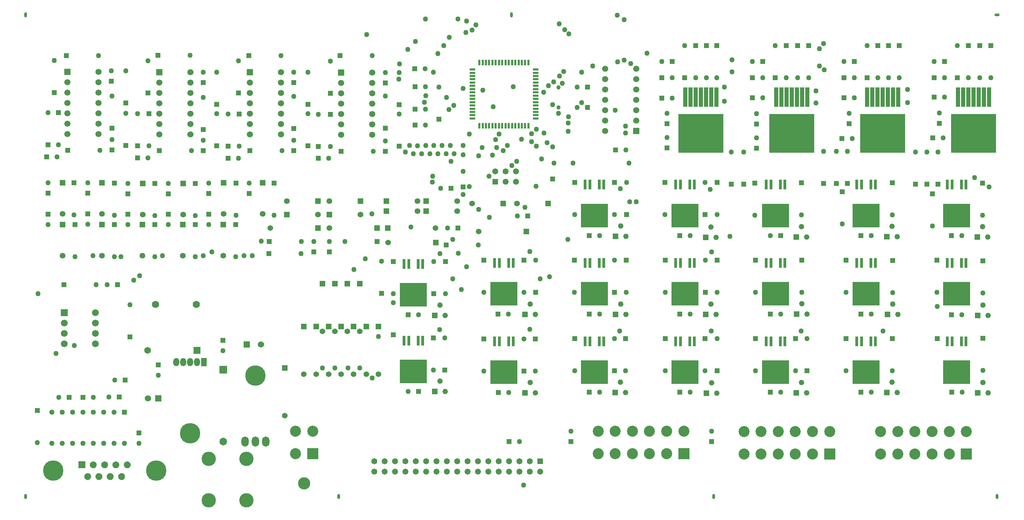
<source format=gts>
G04*
G04 #@! TF.GenerationSoftware,Altium Limited,Altium Designer,18.1.7 (191)*
G04*
G04 Layer_Color=8388736*
%FSLAX44Y44*%
%MOMM*%
G71*
G01*
G75*
%ADD17R,1.4732X0.5080*%
%ADD18R,0.5080X1.4732*%
%ADD21R,0.8000X2.3500*%
%ADD22R,6.7000X5.7500*%
%ADD23R,0.9999X4.7998*%
%ADD24R,10.9999X9.5995*%
%ADD25C,1.4732*%
%ADD26R,1.4732X1.4732*%
%ADD27C,1.4000*%
%ADD28R,1.4000X1.4000*%
%ADD29R,1.2700X1.2700*%
%ADD30C,1.2700*%
%ADD31R,1.3716X1.3716*%
%ADD32C,1.3716*%
%ADD33R,1.2700X1.2700*%
%ADD34C,5.0000*%
%ADD35C,1.6510*%
%ADD36R,1.6510X1.6510*%
%ADD37R,1.6764X1.6764*%
%ADD38C,1.6764*%
%ADD39O,0.6400X1.2700*%
%ADD40O,1.2700X0.6400*%
%ADD41R,1.3716X1.3716*%
%ADD42R,1.4986X1.4986*%
%ADD43C,1.4986*%
%ADD44R,1.4000X1.4000*%
%ADD45C,1.7780*%
%ADD46R,1.5240X1.5240*%
%ADD47C,1.5240*%
%ADD48C,1.2954*%
%ADD49R,1.2954X1.2954*%
%ADD50O,1.4500X2.0000*%
%ADD51R,1.4500X2.0000*%
%ADD52R,1.8542X1.8542*%
%ADD53C,1.8542*%
%ADD54O,1.8000X2.5000*%
%ADD55C,1.0300*%
%ADD56C,1.3208*%
%ADD57R,1.3208X1.3208*%
%ADD58C,2.7000*%
%ADD59R,2.7000X2.7000*%
%ADD60C,3.0000*%
%ADD61C,3.5000*%
G36*
X285808Y120310D02*
X287816Y119479D01*
X289541Y118155D01*
X290864Y116431D01*
X291695Y114423D01*
X291979Y112268D01*
X291695Y110113D01*
X290864Y108105D01*
X289541Y106381D01*
X287816Y105057D01*
X285808Y104226D01*
X283653Y103942D01*
X281498Y104226D01*
X279490Y105057D01*
X277766Y106381D01*
X276442Y108105D01*
X275611Y110113D01*
X275327Y112268D01*
X275611Y114423D01*
X276442Y116431D01*
X277766Y118155D01*
X279490Y119479D01*
X281498Y120310D01*
X283653Y120594D01*
X285808Y120310D01*
D02*
G37*
G36*
X258122D02*
X260130Y119479D01*
X261854Y118155D01*
X263178Y116431D01*
X264009Y114423D01*
X264293Y112268D01*
X264009Y110113D01*
X263178Y108105D01*
X261854Y106381D01*
X260130Y105057D01*
X258122Y104226D01*
X255967Y103942D01*
X253812Y104226D01*
X251804Y105057D01*
X250079Y106381D01*
X248756Y108105D01*
X247924Y110113D01*
X247641Y112268D01*
X247924Y114423D01*
X248756Y116431D01*
X250079Y118155D01*
X251804Y119479D01*
X253812Y120310D01*
X255967Y120594D01*
X258122Y120310D01*
D02*
G37*
G36*
X230436D02*
X232444Y119479D01*
X234168Y118155D01*
X235492Y116431D01*
X236324Y114423D01*
X236607Y112268D01*
X236324Y110113D01*
X235492Y108105D01*
X234168Y106381D01*
X232444Y105057D01*
X230436Y104226D01*
X228281Y103942D01*
X226126Y104226D01*
X224118Y105057D01*
X222393Y106381D01*
X221070Y108105D01*
X220238Y110113D01*
X219955Y112268D01*
X220238Y114423D01*
X221070Y116431D01*
X222393Y118155D01*
X224118Y119479D01*
X226126Y120310D01*
X228281Y120594D01*
X230436Y120310D01*
D02*
G37*
G36*
X202750D02*
X204758Y119479D01*
X206483Y118155D01*
X207806Y116431D01*
X208638Y114423D01*
X208921Y112268D01*
X208638Y110113D01*
X207806Y108105D01*
X206483Y106381D01*
X204758Y105057D01*
X202750Y104226D01*
X200595Y103942D01*
X198440Y104226D01*
X196432Y105057D01*
X194708Y106381D01*
X193384Y108105D01*
X192553Y110113D01*
X192269Y112268D01*
X192553Y114423D01*
X193384Y116431D01*
X194708Y118155D01*
X196432Y119479D01*
X198440Y120310D01*
X200595Y120594D01*
X202750Y120310D01*
D02*
G37*
G36*
X175064D02*
X177072Y119479D01*
X178797Y118155D01*
X180120Y116431D01*
X180951Y114423D01*
X181235Y112268D01*
X180951Y110113D01*
X180120Y108105D01*
X178797Y106381D01*
X177072Y105057D01*
X175064Y104226D01*
X172909Y103942D01*
X170754Y104226D01*
X168746Y105057D01*
X167022Y106381D01*
X165698Y108105D01*
X164867Y110113D01*
X164583Y112268D01*
X164867Y114423D01*
X165698Y116431D01*
X167022Y118155D01*
X168746Y119479D01*
X170754Y120310D01*
X172909Y120594D01*
X175064Y120310D01*
D02*
G37*
G36*
X357756Y114315D02*
X360868Y113371D01*
X363736Y111838D01*
X366250Y109775D01*
X368313Y107261D01*
X369846Y104393D01*
X370790Y101280D01*
X371109Y98044D01*
X370790Y94808D01*
X369846Y91695D01*
X368313Y88827D01*
X366250Y86313D01*
X363736Y84250D01*
X360868Y82717D01*
X357756Y81773D01*
X354519Y81454D01*
X351283Y81773D01*
X348170Y82717D01*
X345302Y84250D01*
X342788Y86313D01*
X340725Y88827D01*
X339192Y91695D01*
X338248Y94808D01*
X337929Y98044D01*
X338248Y101280D01*
X339192Y104393D01*
X340725Y107261D01*
X342788Y109775D01*
X345302Y111838D01*
X348170Y113371D01*
X351283Y114315D01*
X354519Y114634D01*
X357756Y114315D01*
D02*
G37*
G36*
X105280D02*
X108392Y113371D01*
X111260Y111838D01*
X113774Y109775D01*
X115837Y107261D01*
X117370Y104393D01*
X118314Y101280D01*
X118633Y98044D01*
X118314Y94808D01*
X117370Y91695D01*
X115837Y88827D01*
X113774Y86313D01*
X111260Y84250D01*
X108392Y82717D01*
X105280Y81773D01*
X102043Y81454D01*
X98806Y81773D01*
X95694Y82717D01*
X92826Y84250D01*
X90312Y86313D01*
X88249Y88827D01*
X86716Y91695D01*
X85772Y94808D01*
X85453Y98044D01*
X85772Y101280D01*
X86716Y104393D01*
X88249Y107261D01*
X90312Y109775D01*
X92826Y111838D01*
X95694Y113371D01*
X98806Y114315D01*
X102043Y114634D01*
X105280Y114315D01*
D02*
G37*
G36*
X271965Y91862D02*
X273973Y91031D01*
X275697Y89707D01*
X277021Y87983D01*
X277852Y85975D01*
X278136Y83820D01*
X277852Y81665D01*
X277021Y79657D01*
X275697Y77933D01*
X273973Y76609D01*
X271965Y75778D01*
X269810Y75494D01*
X267655Y75778D01*
X265647Y76609D01*
X263923Y77933D01*
X262599Y79657D01*
X261768Y81665D01*
X261484Y83820D01*
X261768Y85975D01*
X262599Y87983D01*
X263923Y89707D01*
X265647Y91031D01*
X267655Y91862D01*
X269810Y92146D01*
X271965Y91862D01*
D02*
G37*
G36*
X244279D02*
X246287Y91031D01*
X248011Y89707D01*
X249335Y87983D01*
X250166Y85975D01*
X250450Y83820D01*
X250166Y81665D01*
X249335Y79657D01*
X248011Y77933D01*
X246287Y76609D01*
X244279Y75778D01*
X242124Y75494D01*
X239969Y75778D01*
X237961Y76609D01*
X236236Y77933D01*
X234913Y79657D01*
X234081Y81665D01*
X233798Y83820D01*
X234081Y85975D01*
X234913Y87983D01*
X236236Y89707D01*
X237961Y91031D01*
X239969Y91862D01*
X242124Y92146D01*
X244279Y91862D01*
D02*
G37*
G36*
X216593D02*
X218601Y91031D01*
X220326Y89707D01*
X221649Y87983D01*
X222481Y85975D01*
X222764Y83820D01*
X222481Y81665D01*
X221649Y79657D01*
X220326Y77933D01*
X218601Y76609D01*
X216593Y75778D01*
X214438Y75494D01*
X212283Y75778D01*
X210275Y76609D01*
X208550Y77933D01*
X207227Y79657D01*
X206395Y81665D01*
X206112Y83820D01*
X206395Y85975D01*
X207227Y87983D01*
X208550Y89707D01*
X210275Y91031D01*
X212283Y91862D01*
X214438Y92146D01*
X216593Y91862D01*
D02*
G37*
G36*
X188907D02*
X190915Y91031D01*
X192640Y89707D01*
X193963Y87983D01*
X194795Y85975D01*
X195078Y83820D01*
X194795Y81665D01*
X193963Y79657D01*
X192640Y77933D01*
X190915Y76609D01*
X188907Y75778D01*
X186752Y75494D01*
X184597Y75778D01*
X182589Y76609D01*
X180865Y77933D01*
X179541Y79657D01*
X178710Y81665D01*
X178426Y83820D01*
X178710Y85975D01*
X179541Y87983D01*
X180865Y89707D01*
X182589Y91031D01*
X184597Y91862D01*
X186752Y92146D01*
X188907Y91862D01*
D02*
G37*
D17*
X1129031Y961080D02*
D03*
Y969080D02*
D03*
Y977080D02*
D03*
Y985080D02*
D03*
Y993080D02*
D03*
Y1001080D02*
D03*
Y1009080D02*
D03*
Y1017080D02*
D03*
Y1025080D02*
D03*
Y1033080D02*
D03*
Y1041080D02*
D03*
Y1049080D02*
D03*
Y1057080D02*
D03*
Y1065080D02*
D03*
Y1073080D02*
D03*
Y1081080D02*
D03*
X1283970D02*
D03*
Y1073080D02*
D03*
Y1065080D02*
D03*
Y1057080D02*
D03*
Y1049080D02*
D03*
Y1041080D02*
D03*
Y1033080D02*
D03*
Y1025080D02*
D03*
Y1017080D02*
D03*
Y1009080D02*
D03*
Y1001080D02*
D03*
Y993080D02*
D03*
Y985080D02*
D03*
Y977080D02*
D03*
Y969080D02*
D03*
Y961080D02*
D03*
D18*
X1146500Y1098550D02*
D03*
X1154500D02*
D03*
X1162500D02*
D03*
X1170500D02*
D03*
X1178501D02*
D03*
X1186501D02*
D03*
X1194501D02*
D03*
X1202501D02*
D03*
X1210500D02*
D03*
X1218501D02*
D03*
X1226500D02*
D03*
X1234501D02*
D03*
X1242501D02*
D03*
X1250500D02*
D03*
X1258500D02*
D03*
X1266500D02*
D03*
Y943610D02*
D03*
X1258500D02*
D03*
X1250500D02*
D03*
X1242501D02*
D03*
X1234501D02*
D03*
X1226500D02*
D03*
X1218501D02*
D03*
X1210500D02*
D03*
X1202501D02*
D03*
X1194501D02*
D03*
X1186501D02*
D03*
X1178501D02*
D03*
X1170500D02*
D03*
X1162500D02*
D03*
X1154500D02*
D03*
X1146500D02*
D03*
D21*
X1229550Y414938D02*
D03*
X1218150D02*
D03*
X1195350D02*
D03*
X1183950D02*
D03*
X1673141Y606890D02*
D03*
X1661741D02*
D03*
X1638941D02*
D03*
X1627541D02*
D03*
X1451346Y798842D02*
D03*
X1439946D02*
D03*
X1417146D02*
D03*
X1405746D02*
D03*
X1451346Y606890D02*
D03*
X1439946D02*
D03*
X1417146D02*
D03*
X1405746D02*
D03*
X2071132Y798842D02*
D03*
X2082532D02*
D03*
X2105332D02*
D03*
X2116732D02*
D03*
X1849337Y606890D02*
D03*
X1860737D02*
D03*
X1883537D02*
D03*
X1894937D02*
D03*
X1627541Y798842D02*
D03*
X1638941D02*
D03*
X1661741D02*
D03*
X1673141D02*
D03*
X2071132Y414937D02*
D03*
X2082532D02*
D03*
X2105332D02*
D03*
X2116732D02*
D03*
Y606890D02*
D03*
X2105332D02*
D03*
X2082532D02*
D03*
X2071132D02*
D03*
X1849337Y414937D02*
D03*
X1860737D02*
D03*
X1883537D02*
D03*
X1894937D02*
D03*
X1849337Y798842D02*
D03*
X1860737D02*
D03*
X1883537D02*
D03*
X1894937D02*
D03*
X1007755Y416890D02*
D03*
X996355D02*
D03*
X973555D02*
D03*
X962154D02*
D03*
X1007755Y604938D02*
D03*
X996355D02*
D03*
X973555D02*
D03*
X962154D02*
D03*
X1451346Y414938D02*
D03*
X1439946D02*
D03*
X1417146D02*
D03*
X1405746D02*
D03*
X1229550Y606890D02*
D03*
X1218150D02*
D03*
X1195350D02*
D03*
X1183950D02*
D03*
X1673141Y414937D02*
D03*
X1661741D02*
D03*
X1638941D02*
D03*
X1627541D02*
D03*
X2292928Y798842D02*
D03*
X2304328D02*
D03*
X2327128D02*
D03*
X2338528D02*
D03*
X2292928Y414938D02*
D03*
X2304328D02*
D03*
X2327128D02*
D03*
X2338528D02*
D03*
X2292928Y606890D02*
D03*
X2304328D02*
D03*
X2327128D02*
D03*
X2338528D02*
D03*
D22*
X1206750Y339438D02*
D03*
X1650341Y531390D02*
D03*
X1428546Y723342D02*
D03*
Y531390D02*
D03*
X2093932Y723342D02*
D03*
X1872137Y531390D02*
D03*
X1650341Y723342D02*
D03*
X2093932Y339437D02*
D03*
Y531390D02*
D03*
X1872137Y339437D02*
D03*
Y723342D02*
D03*
X984955Y341390D02*
D03*
Y529438D02*
D03*
X1428546Y339438D02*
D03*
X1206750Y531390D02*
D03*
X1650341Y339437D02*
D03*
X2315728Y723342D02*
D03*
Y339438D02*
D03*
Y531390D02*
D03*
D23*
X2318610Y1013601D02*
D03*
X2331310D02*
D03*
X2369410D02*
D03*
X2344010D02*
D03*
X2356710D02*
D03*
X2382110D02*
D03*
X2394810D02*
D03*
X2095947D02*
D03*
X2108647D02*
D03*
X2146747D02*
D03*
X2121347D02*
D03*
X2134047D02*
D03*
X2159447D02*
D03*
X2172147D02*
D03*
X1873282D02*
D03*
X1885983D02*
D03*
X1924082D02*
D03*
X1898683D02*
D03*
X1911382D02*
D03*
X1936783D02*
D03*
X1949483D02*
D03*
X1726819D02*
D03*
X1714119D02*
D03*
X1688719D02*
D03*
X1676019D02*
D03*
X1701419D02*
D03*
X1663319D02*
D03*
X1650619D02*
D03*
D24*
X2356710Y924600D02*
D03*
X2134047D02*
D03*
X1911382D02*
D03*
X1688719D02*
D03*
D25*
X888800Y96000D02*
D03*
Y121400D02*
D03*
X914200Y96000D02*
D03*
Y121400D02*
D03*
X939600Y96000D02*
D03*
Y121400D02*
D03*
X965000Y96000D02*
D03*
Y121400D02*
D03*
X990400Y96000D02*
D03*
Y121400D02*
D03*
X1015800Y96000D02*
D03*
Y121400D02*
D03*
X1041200Y96000D02*
D03*
Y121400D02*
D03*
X1066600Y96000D02*
D03*
Y121400D02*
D03*
X1092000Y96000D02*
D03*
Y121400D02*
D03*
X1117400Y96000D02*
D03*
Y121400D02*
D03*
X1142800Y96000D02*
D03*
Y121400D02*
D03*
X1168200Y96000D02*
D03*
Y121400D02*
D03*
X1193600Y96000D02*
D03*
Y121400D02*
D03*
X1219000Y96000D02*
D03*
Y121400D02*
D03*
X1244400Y96000D02*
D03*
Y121400D02*
D03*
X1269800Y96000D02*
D03*
Y121400D02*
D03*
X1295200Y96000D02*
D03*
X1185000Y831242D02*
D03*
X1210400Y805842D02*
D03*
Y831242D02*
D03*
X1235800Y805842D02*
D03*
Y831242D02*
D03*
D26*
X1295200Y121400D02*
D03*
X1185000Y805842D02*
D03*
D27*
X1238885Y753041D02*
D03*
X1128522Y753021D02*
D03*
X1092430Y759000D02*
D03*
X995115Y759001D02*
D03*
X124891Y727126D02*
D03*
X124907Y625105D02*
D03*
X221998Y727126D02*
D03*
X221977Y625252D02*
D03*
X420614Y725580D02*
D03*
X321407Y725795D02*
D03*
X520000Y726900D02*
D03*
X615729Y726974D02*
D03*
X519163Y625104D02*
D03*
X321065Y625105D02*
D03*
X420125Y625251D02*
D03*
X750969Y725400D02*
D03*
X674770Y758440D02*
D03*
X778910Y758419D02*
D03*
X855110Y725399D02*
D03*
X1092430Y734000D02*
D03*
X995115Y734001D02*
D03*
D28*
X1315085Y753041D02*
D03*
X1204722Y753021D02*
D03*
X1016230Y759000D02*
D03*
X918915Y759001D02*
D03*
X674769Y725400D02*
D03*
X750970Y758440D02*
D03*
X855110Y758419D02*
D03*
X778910Y725399D02*
D03*
X1016230Y734000D02*
D03*
X918915Y734001D02*
D03*
D29*
X1264700Y722000D02*
D03*
X1065013Y651000D02*
D03*
X1077199Y790000D02*
D03*
X134727Y1114932D02*
D03*
X138321Y883158D02*
D03*
X309310Y864108D02*
D03*
X1637641Y482092D02*
D03*
X2081232Y673862D02*
D03*
X1415846Y290068D02*
D03*
X972255Y480068D02*
D03*
X128273Y553720D02*
D03*
X988722Y983904D02*
D03*
X988724Y944766D02*
D03*
X175326Y278130D02*
D03*
X1415846Y673862D02*
D03*
X2302510Y479806D02*
D03*
X2303780Y290068D02*
D03*
X2303028Y673862D02*
D03*
X2081232Y290068D02*
D03*
X1884837Y673862D02*
D03*
X1859437Y290068D02*
D03*
X2081232Y482092D02*
D03*
X2260346Y1013601D02*
D03*
X1859437Y482092D02*
D03*
X1593088Y1011118D02*
D03*
X1815107Y1011601D02*
D03*
X895750Y659359D02*
D03*
X1637641Y673862D02*
D03*
X86251Y867282D02*
D03*
X631590Y659359D02*
D03*
X531179Y863473D02*
D03*
X751840Y863216D02*
D03*
X362197Y881888D02*
D03*
X359347Y1115567D02*
D03*
X584139Y881888D02*
D03*
X581598Y1114932D02*
D03*
X807720Y880361D02*
D03*
X805180Y1114932D02*
D03*
X260285Y553720D02*
D03*
X278347Y320040D02*
D03*
X264226Y278892D02*
D03*
X988300Y1082590D02*
D03*
X988721Y1038574D02*
D03*
X1411041Y1037778D02*
D03*
Y988416D02*
D03*
X997655Y292092D02*
D03*
X1193292Y289638D02*
D03*
X1219300Y169300D02*
D03*
X1192022Y482092D02*
D03*
X1415846D02*
D03*
X1593088Y1061013D02*
D03*
X1618488Y1100386D02*
D03*
X1840316D02*
D03*
X1815108Y1061157D02*
D03*
X1637641Y290068D02*
D03*
X2034300Y912000D02*
D03*
X2039620Y1012103D02*
D03*
Y1060958D02*
D03*
X2065020Y1100386D02*
D03*
X2260346Y1061157D02*
D03*
X2285788Y1100386D02*
D03*
X2257171Y913257D02*
D03*
X141163Y278130D02*
D03*
X631079Y630000D02*
D03*
X1093700Y693002D02*
D03*
X1479550Y883666D02*
D03*
D30*
X1239300Y722000D02*
D03*
X1143753Y651000D02*
D03*
X1051799Y790000D02*
D03*
X907015Y611350D02*
D03*
X1477295Y613664D02*
D03*
X502856Y1074293D02*
D03*
X336869Y893952D02*
D03*
X213467Y1114932D02*
D03*
X280560Y973327D02*
D03*
X217061Y883158D02*
D03*
X90061Y975232D02*
D03*
X104922Y1102868D02*
D03*
X246652Y1016380D02*
D03*
X280561Y1077700D02*
D03*
X115461Y896492D02*
D03*
X334710Y864108D02*
D03*
X469837Y1074293D02*
D03*
X2214996Y878485D02*
D03*
X1663041Y482092D02*
D03*
X2106632Y673862D02*
D03*
X187096Y701969D02*
D03*
X935736Y532106D02*
D03*
X1033542Y344924D02*
D03*
X935736Y509380D02*
D03*
X1441246Y290068D02*
D03*
X997655Y480068D02*
D03*
X1325880Y891540D02*
D03*
X1106523Y871982D02*
D03*
X207013Y553720D02*
D03*
X779224Y659359D02*
D03*
X1014122Y983904D02*
D03*
X1014124Y944766D02*
D03*
X1699872Y613664D02*
D03*
X1477301Y725704D02*
D03*
X1379982D02*
D03*
X1821000Y724000D02*
D03*
X1990000Y880735D02*
D03*
X2269871Y878485D02*
D03*
X1699260Y804444D02*
D03*
X2243000Y878740D02*
D03*
X1764000D02*
D03*
X2048270Y880742D02*
D03*
X153425Y724525D02*
D03*
X740810Y659359D02*
D03*
X89332Y803264D02*
D03*
X518000Y392300D02*
D03*
X200726Y278130D02*
D03*
X1157733Y342104D02*
D03*
X1379474Y534924D02*
D03*
X1601724D02*
D03*
X1441246Y673862D02*
D03*
X1702816Y1061016D02*
D03*
X1921256Y342900D02*
D03*
X1822958D02*
D03*
X2020712Y880735D02*
D03*
X2267966Y500380D02*
D03*
X2327910Y479806D02*
D03*
X2329180Y290068D02*
D03*
X2328428Y673862D02*
D03*
X2106632Y290068D02*
D03*
X1859437Y673862D02*
D03*
X1884837Y290068D02*
D03*
X2106632Y482092D02*
D03*
X2044446Y342900D02*
D03*
X2267204Y534924D02*
D03*
X2256000Y697738D02*
D03*
X2044954Y534924D02*
D03*
X2285746Y1013601D02*
D03*
X1676019Y1061016D02*
D03*
X1728216D02*
D03*
X1794000Y878740D02*
D03*
X1601216Y725704D02*
D03*
X1822450Y534924D02*
D03*
X2035000Y702730D02*
D03*
X1884837Y482092D02*
D03*
X1618488Y1011118D02*
D03*
X1840507Y1011601D02*
D03*
X1255522Y534924D02*
D03*
X1284224Y613664D02*
D03*
X1157732Y534924D02*
D03*
X817010Y659359D02*
D03*
X469837Y907288D02*
D03*
X1663041Y673862D02*
D03*
X1477301Y421640D02*
D03*
X1380236Y342900D02*
D03*
X1063752Y532106D02*
D03*
X1034288Y610846D02*
D03*
X111651Y867282D02*
D03*
X483649Y701451D02*
D03*
X643669Y724312D02*
D03*
X549664Y622711D02*
D03*
X1601724Y342900D02*
D03*
X450604Y622565D02*
D03*
X351543D02*
D03*
X351544Y723255D02*
D03*
X252484Y724312D02*
D03*
X155371Y622503D02*
D03*
X285529Y801746D02*
D03*
X246652Y908939D02*
D03*
X483624Y803052D02*
D03*
X582684D02*
D03*
X384589Y801746D02*
D03*
X710330Y659359D02*
D03*
X89331Y701451D02*
D03*
X187096Y803264D02*
D03*
X252368Y622711D02*
D03*
X450604Y723255D02*
D03*
X550000Y724312D02*
D03*
X692087Y907669D02*
D03*
X556578Y863473D02*
D03*
X916320Y906143D02*
D03*
Y1073401D02*
D03*
X777240Y863216D02*
D03*
X469862Y1012952D02*
D03*
X334710Y1102233D02*
D03*
X309310Y972691D02*
D03*
X440937Y881888D02*
D03*
X502858Y972692D02*
D03*
X438088Y1115567D02*
D03*
X558357Y893317D02*
D03*
X726377Y1074165D02*
D03*
X692087Y1015365D02*
D03*
X556198Y1102105D02*
D03*
X530798Y972059D02*
D03*
X662879Y881888D02*
D03*
X726251Y972692D02*
D03*
X660338Y1114932D02*
D03*
X781050Y892807D02*
D03*
X950000Y1073400D02*
D03*
X916320Y1015617D02*
D03*
X781050Y1101340D02*
D03*
X751840Y971547D02*
D03*
X886460Y880361D02*
D03*
X950000Y972058D02*
D03*
X883920Y1114932D02*
D03*
X245000Y1077700D02*
D03*
X234885Y553720D02*
D03*
X252947Y320040D02*
D03*
X238826Y278892D02*
D03*
X312420Y165100D02*
D03*
X63500Y166497D02*
D03*
X359696Y332300D02*
D03*
X384589Y701452D02*
D03*
X285554Y701451D02*
D03*
X692087Y1074293D02*
D03*
X1013700Y1082590D02*
D03*
X1014121Y1038574D02*
D03*
X1385641Y1037778D02*
D03*
Y988416D02*
D03*
X972255Y292092D02*
D03*
X1255522Y420843D02*
D03*
X1218692Y289638D02*
D03*
X1244700Y169300D02*
D03*
X1371000Y194810D02*
D03*
X1217422Y482092D02*
D03*
X1441246D02*
D03*
X1506728Y804444D02*
D03*
X1605788Y914598D02*
D03*
Y974096D02*
D03*
X1618488Y1061013D02*
D03*
X1649349Y1139756D02*
D03*
X1593088Y1100386D02*
D03*
X1814916D02*
D03*
X1840508Y1061157D02*
D03*
X1825244Y973109D02*
D03*
X1825269Y913700D02*
D03*
X1699024Y342900D02*
D03*
X1715000Y194700D02*
D03*
X1663041Y290068D02*
D03*
X2059700Y912000D02*
D03*
X2052320Y974003D02*
D03*
X2065020Y1012103D02*
D03*
Y1060958D02*
D03*
X2039620Y1100386D02*
D03*
X2096008Y1139756D02*
D03*
X2148501Y1061016D02*
D03*
X2122255D02*
D03*
X2174748D02*
D03*
X1870988Y1139756D02*
D03*
X1925893Y1061016D02*
D03*
X1953345D02*
D03*
X1898440D02*
D03*
X2372211D02*
D03*
X2344696D02*
D03*
X2317180Y1139756D02*
D03*
X2399727Y1061016D02*
D03*
X2285746Y1061157D02*
D03*
X2260388Y1100386D02*
D03*
X2273046Y974852D02*
D03*
X2282571Y913257D02*
D03*
X1728668Y534924D02*
D03*
X1728724Y421640D02*
D03*
X1504225Y342900D02*
D03*
X2158000Y725000D02*
D03*
X1936115Y534923D02*
D03*
X1935333Y725000D02*
D03*
X2158000Y343238D02*
D03*
X2378964Y723714D02*
D03*
X2380000Y533654D02*
D03*
X2379853Y344170D02*
D03*
X2159270Y534000D02*
D03*
X1506474Y534924D02*
D03*
X1949196Y421640D02*
D03*
X1283716Y342103D02*
D03*
X1728470Y725704D02*
D03*
X1061974Y423664D02*
D03*
X115763Y278130D02*
D03*
X290000Y504952D02*
D03*
X709819Y630000D02*
D03*
X1068300Y693002D02*
D03*
X1504950Y883666D02*
D03*
X1047612Y1038384D02*
D03*
X1299000Y862000D02*
D03*
X1145023Y738023D02*
D03*
Y869745D02*
D03*
X1121996Y923000D02*
D03*
X1155000Y1030000D02*
D03*
X1106523Y775000D02*
D03*
X1031429Y805045D02*
D03*
X979000Y695000D02*
D03*
X1255000Y63000D02*
D03*
X154000Y405000D02*
D03*
X109000Y385000D02*
D03*
X65416Y532106D02*
D03*
X1329000Y851920D02*
D03*
X1376000Y852000D02*
D03*
X1513000D02*
D03*
X1342997Y1064998D02*
D03*
X1315916Y1041080D02*
D03*
X1327997Y1050998D02*
D03*
X1363380Y664620D02*
D03*
X1364000Y930000D02*
D03*
X1504696Y942000D02*
D03*
X1285000Y795000D02*
D03*
X1397000Y1000000D02*
D03*
Y1074848D02*
D03*
X1424000Y1089907D02*
D03*
X965000Y879000D02*
D03*
X1171000Y719000D02*
D03*
X1014124Y1205000D02*
D03*
X2334777Y723342D02*
D03*
X2334778Y706242D02*
D03*
X2315728Y706242D02*
D03*
X2315728Y723342D02*
D03*
X2296678Y706242D02*
D03*
Y722834D02*
D03*
X2315728Y739344D02*
D03*
X2334777D02*
D03*
X2296678D02*
D03*
X1725849Y912586D02*
D03*
X1714119Y440069D02*
D03*
X1490000Y440220D02*
D03*
X1270000Y634765D02*
D03*
Y444365D02*
D03*
X1048893Y443339D02*
D03*
X1049529Y630000D02*
D03*
X1669390Y355439D02*
D03*
X1650342D02*
D03*
X1631291D02*
D03*
Y338929D02*
D03*
Y322337D02*
D03*
X1650341Y339437D02*
D03*
X1650342Y322337D02*
D03*
X1669391Y322337D02*
D03*
X1669390Y339437D02*
D03*
X2112982Y547392D02*
D03*
X2093933D02*
D03*
X2074882D02*
D03*
Y530882D02*
D03*
Y514290D02*
D03*
X2093932Y531390D02*
D03*
X2093933Y514290D02*
D03*
X2112982Y514290D02*
D03*
X2112982Y531390D02*
D03*
Y739344D02*
D03*
X2093933D02*
D03*
X2074882D02*
D03*
Y722834D02*
D03*
Y706242D02*
D03*
X2093932Y723342D02*
D03*
X2093933Y706242D02*
D03*
X2112982Y706242D02*
D03*
X2112982Y723342D02*
D03*
X1891186Y739344D02*
D03*
X1872137D02*
D03*
X1853087D02*
D03*
Y722834D02*
D03*
Y706242D02*
D03*
X1872137Y723342D02*
D03*
X1872137Y706242D02*
D03*
X1891187Y706242D02*
D03*
X1891186Y723342D02*
D03*
Y547392D02*
D03*
X1872137D02*
D03*
X1853087D02*
D03*
Y530882D02*
D03*
Y514290D02*
D03*
X1872137Y531390D02*
D03*
X1872137Y514290D02*
D03*
X1891187Y514290D02*
D03*
X1891186Y531390D02*
D03*
Y355439D02*
D03*
X1872137D02*
D03*
X1853087D02*
D03*
Y338929D02*
D03*
Y322337D02*
D03*
X1872137Y339437D02*
D03*
X1872137Y322337D02*
D03*
X1891187Y322337D02*
D03*
X1891186Y339437D02*
D03*
X1669390Y739344D02*
D03*
X1650342D02*
D03*
X1631291D02*
D03*
Y722834D02*
D03*
Y706242D02*
D03*
X1650341Y723342D02*
D03*
X1650342Y706242D02*
D03*
X1669391Y706242D02*
D03*
X1669390Y723342D02*
D03*
X1669390Y547392D02*
D03*
X1650342D02*
D03*
X1631291D02*
D03*
Y530882D02*
D03*
Y514290D02*
D03*
X1650341Y531390D02*
D03*
X1650342Y514290D02*
D03*
X1669391Y514290D02*
D03*
X1669390Y531390D02*
D03*
X1447595Y739344D02*
D03*
X1428546D02*
D03*
X1409496D02*
D03*
Y722834D02*
D03*
Y706242D02*
D03*
X1428546Y723342D02*
D03*
X1428546Y706242D02*
D03*
X1447596Y706242D02*
D03*
X1447595Y723342D02*
D03*
X1004004Y545440D02*
D03*
X984955D02*
D03*
X965904D02*
D03*
Y528929D02*
D03*
Y512337D02*
D03*
X984955Y529438D02*
D03*
X984955Y512337D02*
D03*
X1004005Y512338D02*
D03*
X1004004Y529438D02*
D03*
Y357392D02*
D03*
X984955D02*
D03*
X965904D02*
D03*
Y340882D02*
D03*
Y324290D02*
D03*
X984955Y341390D02*
D03*
X984955Y324290D02*
D03*
X1004005Y324290D02*
D03*
X1004004Y341390D02*
D03*
X1225799Y547392D02*
D03*
X1206750D02*
D03*
X1187700D02*
D03*
Y530882D02*
D03*
Y514290D02*
D03*
X1206750Y531390D02*
D03*
X1206750Y514290D02*
D03*
X1225800Y514290D02*
D03*
X1225799Y531390D02*
D03*
Y355440D02*
D03*
X1206750D02*
D03*
X1187700D02*
D03*
Y338929D02*
D03*
Y322337D02*
D03*
X1206750Y339438D02*
D03*
X1206750Y322337D02*
D03*
X1225800Y322338D02*
D03*
X1225799Y339438D02*
D03*
X1447595Y547392D02*
D03*
X1428546D02*
D03*
X1409496D02*
D03*
Y530882D02*
D03*
Y514290D02*
D03*
X1428546Y531390D02*
D03*
X1428546Y514290D02*
D03*
X1447596Y514290D02*
D03*
X1447595Y531390D02*
D03*
Y355440D02*
D03*
X1428546D02*
D03*
X1409496D02*
D03*
Y338929D02*
D03*
Y322337D02*
D03*
X1428546Y339438D02*
D03*
X1428546Y322337D02*
D03*
X1447596Y322338D02*
D03*
X1447595Y339438D02*
D03*
X1760000Y672592D02*
D03*
X1935000Y440000D02*
D03*
X1700449Y888526D02*
D03*
X1675049Y889198D02*
D03*
X1648079D02*
D03*
X1675049Y913257D02*
D03*
X1648079D02*
D03*
X1725849Y935953D02*
D03*
X1700449D02*
D03*
X1675049Y936625D02*
D03*
X1648079D02*
D03*
Y959329D02*
D03*
X1675049D02*
D03*
X1700449Y958657D02*
D03*
X1725849D02*
D03*
X1948758Y888526D02*
D03*
X1923358D02*
D03*
X1897958Y889198D02*
D03*
X1870988D02*
D03*
X1948758Y912586D02*
D03*
X1923358D02*
D03*
X1897958Y913257D02*
D03*
X1870988D02*
D03*
X1948758Y935953D02*
D03*
X1923358D02*
D03*
X1897958Y936625D02*
D03*
X1870988D02*
D03*
Y959329D02*
D03*
X1897958D02*
D03*
X1923358Y958657D02*
D03*
X1948758D02*
D03*
X2171703Y890278D02*
D03*
X2146303D02*
D03*
X2120903Y890949D02*
D03*
X2093933D02*
D03*
X2171703Y914337D02*
D03*
X2146303D02*
D03*
X2120903Y915009D02*
D03*
X2093933D02*
D03*
X2171703Y937705D02*
D03*
X2146303D02*
D03*
X2120903Y938376D02*
D03*
X2093933D02*
D03*
Y961080D02*
D03*
X2120903D02*
D03*
X2146303Y960409D02*
D03*
X2171703D02*
D03*
X2394810Y889198D02*
D03*
X2369410D02*
D03*
X2344010Y889869D02*
D03*
X2317040D02*
D03*
X2394810Y913257D02*
D03*
X2369410D02*
D03*
X2344010Y913929D02*
D03*
X2317040D02*
D03*
X2394810Y936625D02*
D03*
X2369410D02*
D03*
X2344010Y937296D02*
D03*
X2317040D02*
D03*
Y960000D02*
D03*
X2344010D02*
D03*
X2369410Y959329D02*
D03*
X2394810D02*
D03*
X2334777Y547392D02*
D03*
X2315728D02*
D03*
X2296678D02*
D03*
Y530881D02*
D03*
Y514289D02*
D03*
X2315728Y531390D02*
D03*
X2315728Y514289D02*
D03*
X2334778Y514290D02*
D03*
X2334777Y531390D02*
D03*
Y355440D02*
D03*
X2315728D02*
D03*
X2296678D02*
D03*
Y338929D02*
D03*
Y322337D02*
D03*
X2315728Y339438D02*
D03*
X2315728Y322337D02*
D03*
X2334778Y322338D02*
D03*
X2334777Y339438D02*
D03*
X2112981Y342138D02*
D03*
X2112982Y325038D02*
D03*
X2093932Y325038D02*
D03*
X2093932Y342138D02*
D03*
X2074882Y325038D02*
D03*
Y341630D02*
D03*
Y358140D02*
D03*
X2093932D02*
D03*
X2112981D02*
D03*
X761869Y350000D02*
D03*
X268348Y622503D02*
D03*
X792349Y350000D02*
D03*
X300000Y565000D02*
D03*
X314522Y575850D02*
D03*
X370000Y625000D02*
D03*
X824988Y350000D02*
D03*
X469837Y625252D02*
D03*
X200000Y625251D02*
D03*
X853690Y349731D02*
D03*
X570000Y625000D02*
D03*
X590000D02*
D03*
X491041Y633959D02*
D03*
X611923Y660000D02*
D03*
X883920Y325400D02*
D03*
X899129Y426606D02*
D03*
X985000Y875000D02*
D03*
X1170000Y820000D02*
D03*
X1032000Y819745D02*
D03*
X1225997Y845998D02*
D03*
X1237998Y855998D02*
D03*
X1077000Y856000D02*
D03*
X1094000Y1205000D02*
D03*
X1250000Y910000D02*
D03*
X1186501Y909501D02*
D03*
X1080857Y568000D02*
D03*
Y665000D02*
D03*
X1106523Y831242D02*
D03*
X1121998Y793998D02*
D03*
X1339997Y973998D02*
D03*
X1326000Y994660D02*
D03*
X1295000Y568000D02*
D03*
X1349997Y1046998D02*
D03*
X1365000Y965092D02*
D03*
X1364000Y950000D02*
D03*
X1113000Y1172000D02*
D03*
X1304068Y1025068D02*
D03*
X1178501Y871070D02*
D03*
X1530997Y756999D02*
D03*
X1515000Y756995D02*
D03*
X1479000Y981456D02*
D03*
X1355150Y1178150D02*
D03*
X1365997Y1167998D02*
D03*
X1352997Y1075998D02*
D03*
X1557000Y1121000D02*
D03*
X1501000Y1104000D02*
D03*
Y1203000D02*
D03*
X1485000Y1100000D02*
D03*
X1484000Y1213850D02*
D03*
X1712000Y787000D02*
D03*
X1492078Y789000D02*
D03*
X1274000Y924000D02*
D03*
X1274003Y903998D02*
D03*
X1286152Y935000D02*
D03*
X1286000Y893000D02*
D03*
X2395000Y793242D02*
D03*
X2360000Y816459D02*
D03*
X2135000Y440069D02*
D03*
X1979459Y1132000D02*
D03*
Y1090000D02*
D03*
X1990000Y1145000D02*
D03*
X1990996Y1079998D02*
D03*
X1765000Y1075000D02*
D03*
X1128998Y1177998D02*
D03*
X1194501Y922499D02*
D03*
X1229550Y1039000D02*
D03*
X1180000Y990000D02*
D03*
X1258000Y743000D02*
D03*
X1746371Y1002982D02*
D03*
Y1038000D02*
D03*
X1971192Y999000D02*
D03*
X1970686Y1029000D02*
D03*
X2195000Y1000000D02*
D03*
Y1032000D02*
D03*
X1318000Y573506D02*
D03*
X1114945Y598000D02*
D03*
X1095006Y631000D02*
D03*
X1102000Y542218D02*
D03*
X1342000Y1193000D02*
D03*
X1137998Y1189998D02*
D03*
X1114998Y1199998D02*
D03*
X1024998Y874998D02*
D03*
X1005000Y874887D02*
D03*
X1045000Y875000D02*
D03*
X1064998Y874998D02*
D03*
X1084998D02*
D03*
X1075000Y894587D02*
D03*
X1055000Y895000D02*
D03*
X1035000Y894996D02*
D03*
X1014998Y894998D02*
D03*
X995000Y893951D02*
D03*
X975000Y895000D02*
D03*
X869985Y1167000D02*
D03*
X1188998Y889998D02*
D03*
X1153000Y889869D02*
D03*
X1205000Y882269D02*
D03*
X1311914Y901390D02*
D03*
X1765000Y1105281D02*
D03*
X1517000Y1096000D02*
D03*
X1504696Y925000D02*
D03*
X1305000D02*
D03*
X1215000Y894996D02*
D03*
X1715000Y633959D02*
D03*
X838780Y591000D02*
D03*
X867000Y617000D02*
D03*
X883000Y727126D02*
D03*
X1072848Y1160000D02*
D03*
X990000Y1150000D02*
D03*
X951000Y1095000D02*
D03*
X949000Y1057656D02*
D03*
X1059000Y1139756D02*
D03*
X971000Y1130000D02*
D03*
X1034000Y1074293D02*
D03*
X1045000Y1120000D02*
D03*
X1015000Y1017080D02*
D03*
X1012000Y1001000D02*
D03*
X1072120Y983120D02*
D03*
X1083998Y992998D02*
D03*
X1066000Y1013000D02*
D03*
X1106996Y894996D02*
D03*
X1107000Y1035000D02*
D03*
D31*
X1261863Y684000D02*
D03*
X1039368Y657000D02*
D03*
X895750Y692379D02*
D03*
X750970D02*
D03*
X922199Y693000D02*
D03*
D32*
X1145023Y684000D02*
D03*
X922528Y657000D02*
D03*
X670000Y233160D02*
D03*
X778910Y692379D02*
D03*
X634130D02*
D03*
X899129Y334150D02*
D03*
X869184D02*
D03*
X838069D02*
D03*
X807996Y334149D02*
D03*
X716149Y334150D02*
D03*
X853690Y439022D02*
D03*
X822996Y439190D02*
D03*
X792349D02*
D03*
X777109Y334150D02*
D03*
X746629D02*
D03*
X761869Y439190D02*
D03*
X1039040Y693000D02*
D03*
D33*
X907015Y532610D02*
D03*
X1477295Y534924D02*
D03*
X502856Y995553D02*
D03*
X336869Y972692D02*
D03*
X280560Y894587D02*
D03*
X90061Y896492D02*
D03*
X104922Y1024128D02*
D03*
X246652Y937641D02*
D03*
X280561Y998960D02*
D03*
X115461Y975232D02*
D03*
X469837Y1048893D02*
D03*
X2214996Y799745D02*
D03*
X187096Y727369D02*
D03*
X935736Y610846D02*
D03*
X1033542Y423664D02*
D03*
X935736Y430640D02*
D03*
X1325880Y812800D02*
D03*
X1106523Y793242D02*
D03*
X779224Y633959D02*
D03*
X1699872Y534924D02*
D03*
X1477301Y804444D02*
D03*
X1379982D02*
D03*
X1821000Y802740D02*
D03*
X1990000Y801995D02*
D03*
X2269871Y799745D02*
D03*
X1699260Y725704D02*
D03*
X2243000Y800000D02*
D03*
X1764000D02*
D03*
X2048270Y802002D02*
D03*
X153425Y803265D02*
D03*
X740810Y633959D02*
D03*
X89332Y777864D02*
D03*
X518000Y417700D02*
D03*
X1157733Y420844D02*
D03*
X1379474Y613664D02*
D03*
X1601724D02*
D03*
X1702816Y1139756D02*
D03*
X1921256Y421640D02*
D03*
X1822958D02*
D03*
X2020712Y801995D02*
D03*
X2267966Y421640D02*
D03*
X2044446D02*
D03*
X2267204Y613664D02*
D03*
X2256000Y776478D02*
D03*
X2044954Y613664D02*
D03*
X1676019Y1139756D02*
D03*
X1728216D02*
D03*
X1794000Y800000D02*
D03*
X1601216Y804444D02*
D03*
X1822450Y613664D02*
D03*
X2035000Y781470D02*
D03*
X1255522Y613664D02*
D03*
X1284224Y534924D02*
D03*
X1157732Y613664D02*
D03*
X469837Y881888D02*
D03*
X1477301Y342900D02*
D03*
X1380236Y421640D02*
D03*
X1063752Y610846D02*
D03*
X1034288Y532106D02*
D03*
X483649Y726852D02*
D03*
X643669Y803052D02*
D03*
X549664Y701451D02*
D03*
X1601724Y421640D02*
D03*
X450604Y701305D02*
D03*
X351543D02*
D03*
X351544Y801995D02*
D03*
X252484Y803052D02*
D03*
X155371Y701243D02*
D03*
X285529Y776346D02*
D03*
X246652Y883539D02*
D03*
X483624Y777652D02*
D03*
X582684D02*
D03*
X384589Y776346D02*
D03*
X89331Y726852D02*
D03*
X187096Y777864D02*
D03*
X252368Y701451D02*
D03*
X450604Y801995D02*
D03*
X550000Y803052D02*
D03*
X692087Y882269D02*
D03*
X916320Y880742D02*
D03*
Y1048001D02*
D03*
X469862Y934212D02*
D03*
X334710Y1023493D02*
D03*
X309310Y893951D02*
D03*
X502858Y893952D02*
D03*
X558357Y972057D02*
D03*
X726377Y995425D02*
D03*
X692087Y936625D02*
D03*
X556198Y1023365D02*
D03*
X530798Y893319D02*
D03*
X726251Y893952D02*
D03*
X781050Y971547D02*
D03*
X950000Y994660D02*
D03*
X916320Y936877D02*
D03*
X781050Y1022600D02*
D03*
X751840Y892807D02*
D03*
X950000Y893318D02*
D03*
X245000Y1052300D02*
D03*
X312420Y190500D02*
D03*
X63500Y245237D02*
D03*
X359696Y357700D02*
D03*
X384589Y726852D02*
D03*
X285554Y726852D02*
D03*
X692087Y1048893D02*
D03*
X1255522Y342103D02*
D03*
X1371000Y169410D02*
D03*
X1506728Y725704D02*
D03*
X1605788Y889198D02*
D03*
Y948696D02*
D03*
X1649349Y1061016D02*
D03*
X1825244Y947709D02*
D03*
X1825269Y888300D02*
D03*
X1699024Y421640D02*
D03*
X1715000Y169300D02*
D03*
X2052320Y948603D02*
D03*
X2096008Y1061016D02*
D03*
X2148501Y1139756D02*
D03*
X2122255D02*
D03*
X2174748D02*
D03*
X1870988Y1061016D02*
D03*
X1925893Y1139756D02*
D03*
X1953345D02*
D03*
X1898440D02*
D03*
X2372211D02*
D03*
X2344696D02*
D03*
X2317180Y1061016D02*
D03*
X2399727Y1139756D02*
D03*
X2273046Y949452D02*
D03*
X1728668Y613664D02*
D03*
X1728724Y342900D02*
D03*
X1504225Y421640D02*
D03*
X2158000Y803740D02*
D03*
X1936115Y613663D02*
D03*
X1935333Y803740D02*
D03*
X2158000Y421978D02*
D03*
X2378964Y802454D02*
D03*
X2380000Y612394D02*
D03*
X2379853Y422910D02*
D03*
X2159270Y612740D02*
D03*
X1506474Y613664D02*
D03*
X1949196Y342900D02*
D03*
X1283716Y420843D02*
D03*
X1728470Y804444D02*
D03*
X1061974Y344924D02*
D03*
X290000Y426212D02*
D03*
X1047612Y959644D02*
D03*
D34*
X102043Y98044D02*
D03*
X354519D02*
D03*
X438088Y189299D02*
D03*
X597856Y330902D02*
D03*
D35*
X269810Y83820D02*
D03*
X242124D02*
D03*
X214438D02*
D03*
X186752D02*
D03*
X283653Y112268D02*
D03*
X255967D02*
D03*
X228281D02*
D03*
X200595D02*
D03*
X334000Y393000D02*
D03*
D36*
X172909Y112268D02*
D03*
X454904Y393000D02*
D03*
D37*
X129540Y485140D02*
D03*
D38*
Y459740D02*
D03*
Y434340D02*
D03*
Y408940D02*
D03*
X205740D02*
D03*
Y434340D02*
D03*
Y459740D02*
D03*
Y485140D02*
D03*
D39*
X1225000Y1215000D02*
D03*
X1720000Y35000D02*
D03*
X2415000Y35000D02*
D03*
X35000Y1215000D02*
D03*
Y35000D02*
D03*
X802000Y35000D02*
D03*
D40*
X2415000Y1215000D02*
D03*
D41*
X670000Y350000D02*
D03*
X899129Y450990D02*
D03*
X869184D02*
D03*
X838069D02*
D03*
X807996Y450989D02*
D03*
X716149Y450990D02*
D03*
X853690Y555863D02*
D03*
X822996Y556030D02*
D03*
X792349D02*
D03*
X777109Y450990D02*
D03*
X746629D02*
D03*
X761869Y556030D02*
D03*
D42*
X584137Y1074165D02*
D03*
X362197Y1074293D02*
D03*
X137267Y1074928D02*
D03*
X807720Y1073400D02*
D03*
X1530858Y930656D02*
D03*
D43*
X584137Y1048765D02*
D03*
Y1023365D02*
D03*
Y997965D02*
D03*
Y972566D02*
D03*
Y947166D02*
D03*
Y921766D02*
D03*
X660338D02*
D03*
Y947166D02*
D03*
Y972566D02*
D03*
Y997965D02*
D03*
Y1023365D02*
D03*
Y1048765D02*
D03*
Y1074165D02*
D03*
X362197Y1048893D02*
D03*
Y1023493D02*
D03*
Y998092D02*
D03*
Y972692D02*
D03*
Y947292D02*
D03*
Y921892D02*
D03*
X438397D02*
D03*
Y947292D02*
D03*
Y972692D02*
D03*
Y998092D02*
D03*
Y1023493D02*
D03*
Y1048893D02*
D03*
Y1074293D02*
D03*
X137267Y1049528D02*
D03*
Y1024128D02*
D03*
Y998727D02*
D03*
Y973327D02*
D03*
Y947927D02*
D03*
Y922527D02*
D03*
X213467D02*
D03*
Y947927D02*
D03*
Y973327D02*
D03*
Y998727D02*
D03*
Y1024128D02*
D03*
Y1049528D02*
D03*
Y1074928D02*
D03*
X807720Y1048000D02*
D03*
Y1022600D02*
D03*
Y997200D02*
D03*
Y971800D02*
D03*
Y946400D02*
D03*
Y921000D02*
D03*
X883920D02*
D03*
Y946400D02*
D03*
Y971800D02*
D03*
Y997200D02*
D03*
Y1022600D02*
D03*
Y1048000D02*
D03*
Y1073400D02*
D03*
X1530858Y956056D02*
D03*
Y981456D02*
D03*
Y1006856D02*
D03*
Y1032256D02*
D03*
Y1057656D02*
D03*
Y1083056D02*
D03*
X1454658D02*
D03*
Y1057656D02*
D03*
Y1032256D02*
D03*
Y1006856D02*
D03*
Y981456D02*
D03*
Y956056D02*
D03*
Y930656D02*
D03*
D44*
X124891Y803326D02*
D03*
X124907Y701305D02*
D03*
X221998Y803326D02*
D03*
X221977Y701451D02*
D03*
X420614Y801780D02*
D03*
X321407Y801995D02*
D03*
X520000Y803100D02*
D03*
X615729Y803174D02*
D03*
X519163Y701304D02*
D03*
X321065Y701305D02*
D03*
X420125Y701451D02*
D03*
D45*
X453144Y505587D02*
D03*
X353068D02*
D03*
D46*
X359697Y275590D02*
D03*
X576320Y407000D02*
D03*
D47*
X334551Y275590D02*
D03*
X611372Y407000D02*
D03*
D48*
X276926Y165100D02*
D03*
X251526D02*
D03*
X226126D02*
D03*
X200726D02*
D03*
X175326D02*
D03*
X149926D02*
D03*
X124526D02*
D03*
X99126D02*
D03*
Y241300D02*
D03*
X124526D02*
D03*
X149926D02*
D03*
X175326D02*
D03*
X200726D02*
D03*
X226126D02*
D03*
X251526D02*
D03*
D49*
X276926D02*
D03*
D50*
X403894Y363749D02*
D03*
X420912D02*
D03*
X437930D02*
D03*
X454948D02*
D03*
D51*
X471966D02*
D03*
D52*
X519163Y345414D02*
D03*
D53*
Y169138D02*
D03*
D54*
X622934Y169138D02*
D03*
X597607Y169652D02*
D03*
X572135Y169138D02*
D03*
D55*
X1340106Y988016D02*
D03*
Y1036816D02*
D03*
D56*
X2170303Y671322D02*
D03*
X2157603Y696722D02*
D03*
X1948688Y481590D02*
D03*
X1935988Y506990D02*
D03*
X1726396Y669545D02*
D03*
X1713696Y694945D02*
D03*
X2391664Y670560D02*
D03*
X2378964Y695960D02*
D03*
X2392934Y478282D02*
D03*
X2380234Y503682D02*
D03*
X2170176Y289638D02*
D03*
X2157476Y315038D02*
D03*
X2392553Y288329D02*
D03*
X2379853Y313729D02*
D03*
X2171570Y480861D02*
D03*
X2158870Y506261D02*
D03*
X1948434Y288798D02*
D03*
X1935734Y314198D02*
D03*
X1948172Y670814D02*
D03*
X1935472Y696214D02*
D03*
X1726636Y480861D02*
D03*
X1713936Y506261D02*
D03*
X1505204Y672338D02*
D03*
X1492504Y697738D02*
D03*
X1504950Y481330D02*
D03*
X1492250Y506730D02*
D03*
X1283900Y288329D02*
D03*
X1271200Y313729D02*
D03*
X1062228Y292092D02*
D03*
X1049528Y317492D02*
D03*
X1062228Y478544D02*
D03*
X1049528Y503944D02*
D03*
X1504696Y289814D02*
D03*
X1491996Y315214D02*
D03*
X1283335Y480861D02*
D03*
X1270635Y506261D02*
D03*
X1728216Y288036D02*
D03*
X1715516Y313436D02*
D03*
D57*
X2144903Y671322D02*
D03*
X1923288Y481590D02*
D03*
X1700996Y669545D02*
D03*
X2366264Y670560D02*
D03*
X2367534Y478282D02*
D03*
X2144776Y289638D02*
D03*
X2367153Y288329D02*
D03*
X2146170Y480861D02*
D03*
X1923034Y288798D02*
D03*
X1922772Y670814D02*
D03*
X1701236Y480861D02*
D03*
X1479804Y672338D02*
D03*
X1479550Y481330D02*
D03*
X1258500Y288329D02*
D03*
X1036828Y292092D02*
D03*
Y478544D02*
D03*
X1479296Y289814D02*
D03*
X1257935Y480861D02*
D03*
X1702816Y288036D02*
D03*
D58*
X1437246Y139860D02*
D03*
X1479246D02*
D03*
X1521246D02*
D03*
X1563246D02*
D03*
X1605246D02*
D03*
X1437246Y194860D02*
D03*
X1479246D02*
D03*
X1521246D02*
D03*
X1563246D02*
D03*
X1605246D02*
D03*
X1647246D02*
D03*
X1794647Y139000D02*
D03*
X1836647D02*
D03*
X1878647D02*
D03*
X1920647D02*
D03*
X1962647D02*
D03*
X1794647Y194000D02*
D03*
X1836647D02*
D03*
X1878647D02*
D03*
X1920647D02*
D03*
X1962647D02*
D03*
X2004647D02*
D03*
X696000Y139860D02*
D03*
X738000Y194860D02*
D03*
X696000D02*
D03*
X2339515Y194000D02*
D03*
X2297515D02*
D03*
X2255515D02*
D03*
X2213515D02*
D03*
X2171515D02*
D03*
X2129515D02*
D03*
X2297515Y139000D02*
D03*
X2255515D02*
D03*
X2213515D02*
D03*
X2171515D02*
D03*
X2129515D02*
D03*
D59*
X1647246Y139860D02*
D03*
X2004647Y139000D02*
D03*
X738000Y139860D02*
D03*
X2339515Y139000D02*
D03*
D60*
X717000Y66860D02*
D03*
D61*
X483756Y25000D02*
D03*
X575956D02*
D03*
Y126600D02*
D03*
X483756D02*
D03*
M02*

</source>
